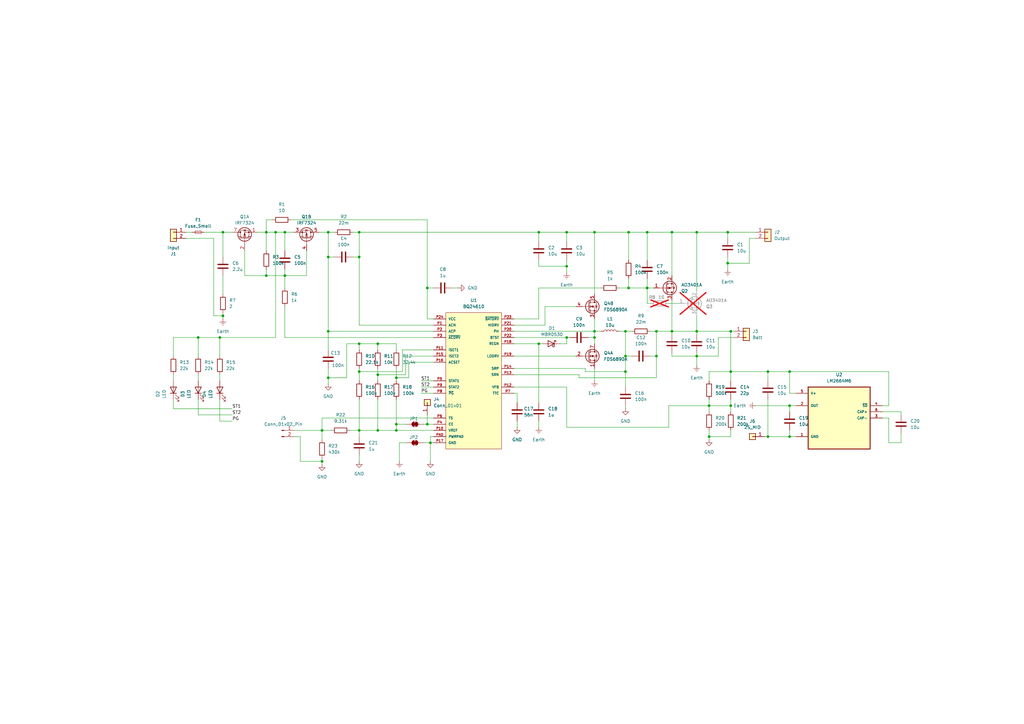
<source format=kicad_sch>
(kicad_sch (version 20231120) (generator "eeschema") (generator_version "8.0")
  (paper "A3")
  (lib_symbols
    (symbol "Connector:Conn_01x02_Pin" (pin_names (offset 1.016) hide)
      (property "Reference" "J" (at 0 2.54 0))
      (property "Value" "Conn_01x02_Pin" (at 0 -5.08 0))
      (symbol "Conn_01x02_Pin_1_1"
        (pin passive line (at 5.08 0 180) (length 3.81) (name "Pin_1") (number "1"))
        (pin passive line (at 5.08 -2.54 180) (length 3.81) (name "Pin_2") (number "2"))
      )
    )
    (symbol "Connector_Generic:Conn_01x01" (pin_names (offset 1.016) hide)
      (property "Reference" "J" (at 0 2.54 0))
      (property "Value" "Conn_01x01" (at 0 -2.54 0))
      (symbol "Conn_01x01_1_1"
        (pin passive line (at -5.08 0 0) (length 3.81) (name "Pin_1") (number "1"))
      )
    )
    (symbol "Connector_Generic:Conn_01x02" (pin_names (offset 1.016) hide)
      (property "Reference" "J" (at 0 2.54 0))
      (property "Value" "Conn_01x02" (at 0 -5.08 0))
      (symbol "Conn_01x02_1_1"
        (pin passive line (at -5.08 0 0) (length 3.81) (name "Pin_1") (number "1"))
        (pin passive line (at -5.08 -2.54 0) (length 3.81) (name "Pin_2") (number "2"))
      )
    )
    (symbol "Device:C" (pin_numbers hide) (pin_names (offset 0.254))
      (property "Reference" "C" (at 0.635 2.54 0))
      (property "Value" "C" (at 0.635 -2.54 0))
      (symbol "C_1_1"
        (pin passive line (at 0 3.81 270) (length 2.794) (name "~") (number "1"))
        (pin passive line (at 0 -3.81 90) (length 2.794) (name "~") (number "2"))
      )
    )
    (symbol "Device:Fuse_Small" (pin_numbers hide) (pin_names (offset 0.254) hide)
      (property "Reference" "F" (at 0 -1.524 0))
      (property "Value" "Fuse_Small" (at 0 1.524 0))
      (symbol "Fuse_Small_1_1"
        (pin passive line (at -2.54 0 0) (length 1.27) (name "~") (number "1"))
        (pin passive line (at 2.54 0 180) (length 1.27) (name "~") (number "2"))
      )
    )
    (symbol "Device:L" (pin_numbers hide) (pin_names (offset 1.016) hide)
      (property "Reference" "L" (at -1.27 0 90))
      (property "Value" "L" (at 1.905 0 90))
      (symbol "L_1_1"
        (pin passive line (at 0 3.81 270) (length 1.27) (name "1") (number "1"))
        (pin passive line (at 0 -3.81 90) (length 1.27) (name "2") (number "2"))
      )
    )
    (symbol "Device:LED" (pin_numbers hide) (pin_names (offset 1.016) hide)
      (property "Reference" "D" (at 0 2.54 0))
      (property "Value" "LED" (at 0 -2.54 0))
      (symbol "LED_1_1"
        (pin passive line (at -3.81 0 0) (length 2.54) (name "K") (number "1"))
        (pin passive line (at 3.81 0 180) (length 2.54) (name "A") (number "2"))
      )
    )
    (symbol "Device:R" (pin_numbers hide) (pin_names (offset 0))
      (property "Reference" "R" (at 2.032 0 90))
      (property "Value" "R" (at 0 0 90))
      (symbol "R_1_1"
        (pin passive line (at 0 3.81 270) (length 1.27) (name "~") (number "1"))
        (pin passive line (at 0 -3.81 90) (length 1.27) (name "~") (number "2"))
      )
    )
    (symbol "Diode:MBR0530" (pin_numbers hide) (pin_names (offset 1.016) hide)
      (property "Reference" "D" (at 0 2.54 0))
      (property "Value" "MBR0530" (at 0 -2.54 0))
      (symbol "MBR0530_1_1"
        (pin passive line (at -3.81 0 0) (length 2.54) (name "K") (number "1"))
        (pin passive line (at 3.81 0 180) (length 2.54) (name "A") (number "2"))
      )
    )
    (symbol "Jumper:SolderJumper_2_Bridged" (pin_numbers hide) (pin_names (offset 0) hide) (exclude_from_sim yes) (in_bom no)
      (property "Reference" "JP" (at 0 2.032 0))
      (property "Value" "SolderJumper_2_Bridged" (at 0 -2.54 0))
      (symbol "SolderJumper_2_Bridged_1_1"
        (pin passive line (at -3.81 0 0) (length 2.54) (name "A") (number "1"))
        (pin passive line (at 3.81 0 180) (length 2.54) (name "B") (number "2"))
      )
    )
    (symbol "Transistor_FET:AO3401A" (pin_names hide)
      (property "Reference" "Q" (at 5.08 1.905 0))
      (property "Value" "AO3401A" (at 5.08 0 0))
      (symbol "AO3401A_1_1"
        (pin input line (at -5.08 0 0) (length 2.54) (name "G") (number "1"))
        (pin passive line (at 2.54 -5.08 90) (length 2.54) (name "S") (number "2"))
        (pin passive line (at 2.54 5.08 270) (length 2.54) (name "D") (number "3"))
      )
    )
    (symbol "Transistor_FET:FDS6890A" (pin_names hide)
      (property "Reference" "Q" (at 5.08 1.905 0))
      (property "Value" "FDS6890A" (at 5.08 0 0))
      (symbol "FDS6890A_1_1"
        (pin passive line (at 2.54 -5.08 90) (length 2.54) (name "S1") (number "1"))
        (pin passive line (at -5.08 0 0) (length 2.54) (name "G1") (number "2"))
        (pin passive line (at 2.54 5.08 270) (length 2.54) (name "D1") (number "7"))
        (pin passive line (at 2.54 5.08 270) (length 2.54) hide (name "D1") (number "8"))
      )
      (symbol "FDS6890A_2_1"
        (pin passive line (at 2.54 -5.08 90) (length 2.54) (name "S2") (number "3"))
        (pin passive line (at -5.08 0 0) (length 2.54) (name "G2") (number "4"))
        (pin passive line (at 2.54 5.08 270) (length 2.54) (name "D2") (number "5"))
        (pin passive line (at 2.54 5.08 270) (length 2.54) hide (name "D2") (number "6"))
      )
    )
    (symbol "Transistor_FET:IRF7324" (pin_names hide)
      (property "Reference" "Q" (at 5.08 1.905 0))
      (property "Value" "IRF7324" (at 5.08 0 0))
      (symbol "IRF7324_1_1"
        (pin passive line (at 2.54 -5.08 90) (length 2.54) (name "S1") (number "1"))
        (pin input line (at -5.08 0 0) (length 2.54) (name "G1") (number "2"))
        (pin passive line (at 2.54 5.08 270) (length 2.54) (name "D1") (number "7"))
        (pin passive line (at 2.54 5.08 270) (length 2.54) hide (name "D1") (number "8"))
      )
      (symbol "IRF7324_2_1"
        (pin passive line (at 2.54 -5.08 90) (length 2.54) (name "S2") (number "3"))
        (pin input line (at -5.08 0 0) (length 2.54) (name "G2") (number "4"))
        (pin passive line (at 2.54 5.08 270) (length 2.54) (name "D2") (number "5"))
        (pin passive line (at 2.54 5.08 270) (length 2.54) hide (name "D2") (number "6"))
      )
    )
    (symbol "bq:BQ24610" (pin_names (offset 1.016))
      (property "Reference" "U" (at -12.7 -30.48 0))
      (property "Value" "BQ24610" (at -12.7 -33.02 0))
      (symbol "BQ24610_0_0"
        (pin bidirectional line (at -17.78 22.86 0) (length 5.08) (name "ACN") (number "P1"))
        (pin bidirectional line (at -17.78 -20.32 0) (length 5.08) (name "VREF") (number "P10"))
        (pin bidirectional line (at -17.78 12.7 0) (length 5.08) (name "ISET1") (number "P11"))
        (pin bidirectional line (at 15.24 -2.54 180) (length 5.08) (name "VFB") (number "P12"))
        (pin bidirectional line (at 15.24 2.54 180) (length 5.08) (name "SRN") (number "P13"))
        (pin bidirectional line (at 15.24 5.08 180) (length 5.08) (name "SRP") (number "P14"))
        (pin bidirectional line (at -17.78 10.16 0) (length 5.08) (name "ISET2") (number "P15"))
        (pin bidirectional line (at -17.78 7.62 0) (length 5.08) (name "ACSET") (number "P16"))
        (pin bidirectional line (at -17.78 -25.4 0) (length 5.08) (name "GND") (number "P17"))
        (pin bidirectional line (at 15.24 15.24 180) (length 5.08) (name "REGN") (number "P18"))
        (pin bidirectional line (at 15.24 10.16 180) (length 5.08) (name "LODRV") (number "P19"))
        (pin bidirectional line (at -17.78 20.32 0) (length 5.08) (name "ACP") (number "P2"))
        (pin bidirectional line (at 15.24 20.32 180) (length 5.08) (name "PH") (number "P20"))
        (pin bidirectional line (at 15.24 22.86 180) (length 5.08) (name "HIDRV") (number "P21"))
        (pin bidirectional line (at 15.24 17.78 180) (length 5.08) (name "BTST") (number "P22"))
        (pin bidirectional line (at 15.24 25.4 180) (length 5.08) (name "~{BATDRV}") (number "P23"))
        (pin bidirectional line (at -17.78 25.4 0) (length 5.08) (name "VCC") (number "P24"))
        (pin bidirectional line (at -17.78 17.78 0) (length 5.08) (name "~{ACDRV}") (number "P3"))
        (pin bidirectional line (at -17.78 -17.78 0) (length 5.08) (name "CE") (number "P4"))
        (pin bidirectional line (at -17.78 0 0) (length 5.08) (name "STAT1") (number "P5"))
        (pin bidirectional line (at -17.78 -15.24 0) (length 5.08) (name "TS") (number "P6"))
        (pin bidirectional line (at 15.24 -5.08 180) (length 5.08) (name "TTC") (number "P7"))
        (pin bidirectional line (at -17.78 -5.08 0) (length 5.08) (name "~{PG}") (number "P8"))
        (pin bidirectional line (at -17.78 -2.54 0) (length 5.08) (name "STAT2") (number "P9"))
        (pin bidirectional line (at -17.78 -22.86 0) (length 5.08) (name "PWRPAD") (number "PAD"))
      )
    )
    (symbol "lm:LM2664M6" (pin_names (offset 1.016))
      (property "Reference" "U" (at -12.7 13.7 0))
      (property "Value" "LM2664M6" (at -12.7 -16.7 0))
      (symbol "LM2664M6_0_0"
        (pin power_in line (at 17.78 -7.62 180) (length 5.08) (name "GND") (number "1"))
        (pin output line (at 17.78 5.08 180) (length 5.08) (name "OUT") (number "2"))
        (pin input line (at -17.78 0 0) (length 5.08) (name "CAP-") (number "3"))
        (pin input line (at -17.78 5.08 0) (length 5.08) (name "~{SD}") (number "4"))
        (pin power_in line (at 17.78 10.16 180) (length 5.08) (name "V+") (number "5"))
        (pin input line (at -17.78 2.54 0) (length 5.08) (name "CAP+") (number "6"))
      )
    )
    (symbol "power:Earth" (power) (pin_numbers hide) (pin_names (offset 0) hide)
      (property "Value" "Earth" (at 0 -3.81 0))
      (symbol "Earth_1_1"
        (pin power_in line (at 0 0 270) (length 0) (name "~") (number "1"))
      )
    )
    (symbol "power:GND" (power) (pin_numbers hide) (pin_names (offset 0) hide)
      (property "Value" "GND" (at 0 -3.81 0))
      (symbol "GND_1_1"
        (pin power_in line (at 0 0 270) (length 0) (name "~") (number "1"))
      )
    )
  )
  (junction (at 116.84 113.03))
  (junction (at 147.32 105.41))
  (junction (at 147.32 152.4))
  (junction (at 285.75 95.25))
  (junction (at 314.96 152.4))
  (junction (at 285.75 135.89))
  (junction (at 134.62 95.25))
  (junction (at 285.75 146.05))
  (junction (at 256.54 152.4))
  (junction (at 257.81 118.11))
  (junction (at 154.94 176.53))
  (junction (at 265.43 95.25))
  (junction (at 162.56 173.99))
  (junction (at 147.32 176.53))
  (junction (at 232.41 138.43))
  (junction (at 323.85 179.07))
  (junction (at 134.62 135.89))
  (junction (at 298.45 107.95))
  (junction (at 109.22 113.03))
  (junction (at 290.83 179.07))
  (junction (at 176.53 181.61))
  (junction (at 265.43 118.11))
  (junction (at 256.54 146.05))
  (junction (at 154.94 153.67))
  (junction (at 91.44 129.54))
  (junction (at 132.08 176.53))
  (junction (at 299.72 135.89))
  (junction (at 132.08 189.23))
  (junction (at 109.22 95.25))
  (junction (at 323.85 166.37))
  (junction (at 243.84 135.89))
  (junction (at 134.62 105.41))
  (junction (at 299.72 166.37))
  (junction (at 175.26 173.99))
  (junction (at 81.28 138.43))
  (junction (at 162.56 154.94))
  (junction (at 257.81 95.25))
  (junction (at 269.24 146.05))
  (junction (at 91.44 95.25))
  (junction (at 243.84 138.43))
  (junction (at 232.41 95.25))
  (junction (at 275.59 95.25))
  (junction (at 220.98 95.25))
  (junction (at 116.84 95.25))
  (junction (at 220.98 140.97))
  (junction (at 154.94 140.97))
  (junction (at 162.56 176.53))
  (junction (at 299.72 152.4))
  (junction (at 275.59 135.89))
  (junction (at 134.62 154.94))
  (junction (at 232.41 109.22))
  (junction (at 243.84 95.25))
  (junction (at 256.54 135.89))
  (junction (at 175.26 118.11))
  (junction (at 147.32 95.25))
  (junction (at 298.45 95.25))
  (junction (at 90.17 138.43))
  (junction (at 290.83 166.37))
  (junction (at 269.24 135.89))
  (junction (at 113.03 95.25))
  (junction (at 147.32 140.97))
  (junction (at 323.85 152.4))
  (junction (at 314.96 179.07))
  (wire (pts (xy 176.53 181.61) (xy 176.53 189.23)))
  (wire (pts (xy 113.03 95.25) (xy 116.84 95.25)))
  (wire (pts (xy 326.39 161.29) (xy 323.85 161.29)))
  (wire (pts (xy 314.96 179.07) (xy 323.85 179.07)))
  (wire (pts (xy 162.56 143.51) (xy 162.56 140.97)))
  (wire (pts (xy 162.56 154.94) (xy 162.56 156.21)))
  (wire (pts (xy 175.26 130.81) (xy 177.8 130.81)))
  (wire (pts (xy 134.62 105.41) (xy 134.62 135.89)))
  (wire (pts (xy 123.19 179.07) (xy 123.19 189.23)))
  (wire (pts (xy 294.64 138.43) (xy 294.64 146.05)))
  (wire (pts (xy 90.17 138.43) (xy 90.17 146.05)))
  (wire (pts (xy 220.98 118.11) (xy 220.98 130.81)))
  (wire (pts (xy 120.65 179.07) (xy 123.19 179.07)))
  (wire (pts (xy 265.43 118.11) (xy 267.97 118.11)))
  (wire (pts (xy 243.84 151.13) (xy 243.84 156.21)))
  (wire (pts (xy 87.63 129.54) (xy 91.44 129.54)))
  (wire (pts (xy 275.59 144.78) (xy 275.59 146.05)))
  (wire (pts (xy 323.85 179.07) (xy 326.39 179.07)))
  (wire (pts (xy 256.54 166.37) (xy 256.54 167.64)))
  (wire (pts (xy 256.54 135.89) (xy 259.08 135.89)))
  (wire (pts (xy 71.12 138.43) (xy 81.28 138.43)))
  (wire (pts (xy 369.57 177.8) (xy 369.57 181.61)))
  (wire (pts (xy 142.24 140.97) (xy 142.24 154.94)))
  (wire (pts (xy 162.56 176.53) (xy 154.94 176.53)))
  (wire (pts (xy 266.7 135.89) (xy 269.24 135.89)))
  (wire (pts (xy 116.84 113.03) (xy 116.84 118.11)))
  (wire (pts (xy 361.95 168.91) (xy 369.57 168.91)))
  (wire (pts (xy 162.56 151.13) (xy 162.56 154.94)))
  (wire (pts (xy 243.84 138.43) (xy 243.84 140.97)))
  (wire (pts (xy 210.82 140.97) (xy 220.98 140.97)))
  (wire (pts (xy 154.94 163.83) (xy 154.94 176.53)))
  (wire (pts (xy 147.32 95.25) (xy 144.78 95.25)))
  (wire (pts (xy 290.83 166.37) (xy 274.32 166.37)))
  (wire (pts (xy 177.8 146.05) (xy 166.37 146.05)))
  (wire (pts (xy 162.56 163.83) (xy 162.56 173.99)))
  (wire (pts (xy 81.28 138.43) (xy 81.28 146.05)))
  (wire (pts (xy 147.32 105.41) (xy 147.32 95.25)))
  (wire (pts (xy 254 135.89) (xy 256.54 135.89)))
  (wire (pts (xy 144.78 105.41) (xy 147.32 105.41)))
  (wire (pts (xy 147.32 133.35) (xy 147.32 105.41)))
  (wire (pts (xy 232.41 95.25) (xy 243.84 95.25)))
  (wire (pts (xy 243.84 135.89) (xy 246.38 135.89)))
  (wire (pts (xy 116.84 113.03) (xy 109.22 113.03)))
  (wire (pts (xy 109.22 90.17) (xy 109.22 95.25)))
  (wire (pts (xy 265.43 124.46) (xy 265.43 118.11)))
  (wire (pts (xy 210.82 138.43) (xy 232.41 138.43)))
  (wire (pts (xy 236.22 125.73) (xy 223.52 125.73)))
  (wire (pts (xy 323.85 166.37) (xy 326.39 166.37)))
  (wire (pts (xy 90.17 172.72) (xy 95.25 172.72)))
  (wire (pts (xy 285.75 135.89) (xy 275.59 135.89)))
  (wire (pts (xy 154.94 153.67) (xy 154.94 156.21)))
  (wire (pts (xy 323.85 152.4) (xy 314.96 152.4)))
  (wire (pts (xy 256.54 146.05) (xy 256.54 135.89)))
  (wire (pts (xy 220.98 130.81) (xy 210.82 130.81)))
  (wire (pts (xy 314.96 152.4) (xy 314.96 156.21)))
  (wire (pts (xy 177.8 171.45) (xy 132.08 171.45)))
  (wire (pts (xy 111.76 90.17) (xy 109.22 90.17)))
  (wire (pts (xy 275.59 95.25) (xy 285.75 95.25)))
  (wire (pts (xy 309.88 97.79) (xy 307.34 97.79)))
  (wire (pts (xy 100.33 113.03) (xy 109.22 113.03)))
  (wire (pts (xy 116.84 125.73) (xy 116.84 138.43)))
  (wire (pts (xy 163.83 181.61) (xy 163.83 189.23)))
  (wire (pts (xy 278.13 124.46) (xy 274.32 124.46)))
  (wire (pts (xy 300.99 138.43) (xy 294.64 138.43)))
  (wire (pts (xy 165.1 143.51) (xy 165.1 152.4)))
  (wire (pts (xy 175.26 170.18) (xy 175.26 173.99)))
  (wire (pts (xy 172.72 161.29) (xy 177.8 161.29)))
  (wire (pts (xy 162.56 173.99) (xy 166.37 173.99)))
  (wire (pts (xy 167.64 154.94) (xy 162.56 154.94)))
  (wire (pts (xy 364.49 171.45) (xy 361.95 171.45)))
  (wire (pts (xy 220.98 140.97) (xy 220.98 165.1)))
  (wire (pts (xy 91.44 95.25) (xy 95.25 95.25)))
  (wire (pts (xy 130.81 95.25) (xy 134.62 95.25)))
  (wire (pts (xy 257.81 106.68) (xy 257.81 95.25)))
  (wire (pts (xy 132.08 176.53) (xy 132.08 180.34)))
  (wire (pts (xy 361.95 166.37) (xy 364.49 166.37)))
  (wire (pts (xy 229.87 140.97) (xy 232.41 140.97)))
  (wire (pts (xy 177.8 133.35) (xy 147.32 133.35)))
  (wire (pts (xy 81.28 153.67) (xy 81.28 156.21)))
  (wire (pts (xy 232.41 95.25) (xy 232.41 99.06)))
  (wire (pts (xy 147.32 176.53) (xy 147.32 179.07)))
  (wire (pts (xy 132.08 189.23) (xy 132.08 190.5)))
  (wire (pts (xy 299.72 179.07) (xy 290.83 179.07)))
  (wire (pts (xy 162.56 176.53) (xy 177.8 176.53)))
  (wire (pts (xy 173.99 181.61) (xy 176.53 181.61)))
  (wire (pts (xy 147.32 140.97) (xy 142.24 140.97)))
  (wire (pts (xy 364.49 181.61) (xy 364.49 171.45)))
  (wire (pts (xy 290.83 166.37) (xy 299.72 166.37)))
  (wire (pts (xy 125.73 102.87) (xy 125.73 113.03)))
  (wire (pts (xy 120.65 176.53) (xy 132.08 176.53)))
  (wire (pts (xy 90.17 138.43) (xy 113.03 138.43)))
  (wire (pts (xy 364.49 152.4) (xy 323.85 152.4)))
  (wire (pts (xy 256.54 152.4) (xy 256.54 146.05)))
  (wire (pts (xy 185.42 118.11) (xy 187.96 118.11)))
  (wire (pts (xy 177.8 148.59) (xy 167.64 148.59)))
  (wire (pts (xy 87.63 97.79) (xy 76.2 97.79)))
  (wire (pts (xy 232.41 175.26) (xy 232.41 158.75)))
  (wire (pts (xy 220.98 172.72) (xy 220.98 175.26)))
  (wire (pts (xy 256.54 152.4) (xy 256.54 158.75)))
  (wire (pts (xy 237.49 154.94) (xy 269.24 154.94)))
  (wire (pts (xy 220.98 109.22) (xy 232.41 109.22)))
  (wire (pts (xy 307.34 107.95) (xy 298.45 107.95)))
  (wire (pts (xy 223.52 133.35) (xy 210.82 133.35)))
  (wire (pts (xy 177.8 143.51) (xy 165.1 143.51)))
  (wire (pts (xy 71.12 167.64) (xy 95.25 167.64)))
  (wire (pts (xy 309.88 166.37) (xy 323.85 166.37)))
  (wire (pts (xy 220.98 140.97) (xy 222.25 140.97)))
  (wire (pts (xy 265.43 114.3) (xy 265.43 118.11)))
  (wire (pts (xy 285.75 146.05) (xy 285.75 149.86)))
  (wire (pts (xy 290.83 176.53) (xy 290.83 179.07)))
  (wire (pts (xy 257.81 118.11) (xy 265.43 118.11)))
  (wire (pts (xy 81.28 138.43) (xy 90.17 138.43)))
  (wire (pts (xy 243.84 95.25) (xy 257.81 95.25)))
  (wire (pts (xy 91.44 129.54) (xy 91.44 130.81)))
  (wire (pts (xy 275.59 137.16) (xy 275.59 135.89)))
  (wire (pts (xy 116.84 138.43) (xy 177.8 138.43)))
  (wire (pts (xy 275.59 123.19) (xy 275.59 135.89)))
  (wire (pts (xy 212.09 172.72) (xy 212.09 175.26)))
  (wire (pts (xy 100.33 102.87) (xy 100.33 113.03)))
  (wire (pts (xy 71.12 163.83) (xy 71.12 167.64)))
  (wire (pts (xy 223.52 125.73) (xy 223.52 133.35)))
  (wire (pts (xy 172.72 156.21) (xy 177.8 156.21)))
  (wire (pts (xy 220.98 95.25) (xy 220.98 99.06)))
  (wire (pts (xy 285.75 95.25) (xy 285.75 119.38)))
  (wire (pts (xy 210.82 151.13) (xy 240.03 151.13)))
  (wire (pts (xy 81.28 163.83) (xy 81.28 170.18)))
  (wire (pts (xy 259.08 146.05) (xy 256.54 146.05)))
  (wire (pts (xy 165.1 152.4) (xy 147.32 152.4)))
  (wire (pts (xy 241.3 138.43) (xy 243.84 138.43)))
  (wire (pts (xy 275.59 146.05) (xy 285.75 146.05)))
  (wire (pts (xy 232.41 109.22) (xy 232.41 111.76)))
  (wire (pts (xy 243.84 135.89) (xy 243.84 130.81)))
  (wire (pts (xy 257.81 95.25) (xy 265.43 95.25)))
  (wire (pts (xy 91.44 105.41) (xy 91.44 95.25)))
  (wire (pts (xy 154.94 140.97) (xy 147.32 140.97)))
  (wire (pts (xy 175.26 118.11) (xy 175.26 130.81)))
  (wire (pts (xy 147.32 140.97) (xy 147.32 143.51)))
  (wire (pts (xy 299.72 135.89) (xy 300.99 135.89)))
  (wire (pts (xy 172.72 158.75) (xy 177.8 158.75)))
  (wire (pts (xy 212.09 161.29) (xy 210.82 161.29)))
  (wire (pts (xy 232.41 140.97) (xy 232.41 138.43)))
  (wire (pts (xy 285.75 95.25) (xy 298.45 95.25)))
  (wire (pts (xy 220.98 95.25) (xy 232.41 95.25)))
  (wire (pts (xy 175.26 118.11) (xy 177.8 118.11)))
  (wire (pts (xy 243.84 120.65) (xy 243.84 95.25)))
  (wire (pts (xy 323.85 176.53) (xy 323.85 179.07)))
  (wire (pts (xy 290.83 152.4) (xy 299.72 152.4)))
  (wire (pts (xy 323.85 166.37) (xy 323.85 168.91)))
  (wire (pts (xy 266.7 124.46) (xy 265.43 124.46)))
  (wire (pts (xy 109.22 95.25) (xy 113.03 95.25)))
  (wire (pts (xy 299.72 176.53) (xy 299.72 179.07)))
  (wire (pts (xy 240.03 152.4) (xy 256.54 152.4)))
  (wire (pts (xy 137.16 105.41) (xy 134.62 105.41)))
  (wire (pts (xy 166.37 146.05) (xy 166.37 153.67)))
  (wire (pts (xy 143.51 176.53) (xy 147.32 176.53)))
  (wire (pts (xy 123.19 189.23) (xy 132.08 189.23)))
  (wire (pts (xy 299.72 152.4) (xy 299.72 156.21)))
  (wire (pts (xy 314.96 163.83) (xy 314.96 179.07)))
  (wire (pts (xy 232.41 106.68) (xy 232.41 109.22)))
  (wire (pts (xy 90.17 153.67) (xy 90.17 156.21)))
  (wire (pts (xy 298.45 95.25) (xy 309.88 95.25)))
  (wire (pts (xy 134.62 135.89) (xy 177.8 135.89)))
  (wire (pts (xy 364.49 166.37) (xy 364.49 152.4)))
  (wire (pts (xy 71.12 153.67) (xy 71.12 156.21)))
  (wire (pts (xy 220.98 106.68) (xy 220.98 109.22)))
  (wire (pts (xy 83.82 95.25) (xy 91.44 95.25)))
  (wire (pts (xy 243.84 135.89) (xy 243.84 138.43)))
  (wire (pts (xy 298.45 97.79) (xy 298.45 95.25)))
  (wire (pts (xy 285.75 144.78) (xy 285.75 146.05)))
  (wire (pts (xy 290.83 179.07) (xy 290.83 180.34)))
  (wire (pts (xy 274.32 175.26) (xy 232.41 175.26)))
  (wire (pts (xy 240.03 151.13) (xy 240.03 152.4)))
  (wire (pts (xy 81.28 170.18) (xy 95.25 170.18)))
  (wire (pts (xy 323.85 161.29) (xy 323.85 152.4)))
  (wire (pts (xy 154.94 176.53) (xy 147.32 176.53)))
  (wire (pts (xy 176.53 179.07) (xy 176.53 181.61)))
  (wire (pts (xy 290.83 166.37) (xy 290.83 168.91)))
  (wire (pts (xy 91.44 113.03) (xy 91.44 120.65)))
  (wire (pts (xy 298.45 105.41) (xy 298.45 107.95)))
  (wire (pts (xy 175.26 90.17) (xy 175.26 118.11)))
  (wire (pts (xy 299.72 166.37) (xy 299.72 168.91)))
  (wire (pts (xy 105.41 95.25) (xy 109.22 95.25)))
  (wire (pts (xy 285.75 137.16) (xy 285.75 135.89)))
  (wire (pts (xy 269.24 146.05) (xy 269.24 135.89)))
  (wire (pts (xy 266.7 146.05) (xy 269.24 146.05)))
  (wire (pts (xy 134.62 151.13) (xy 134.62 154.94)))
  (wire (pts (xy 294.64 146.05) (xy 285.75 146.05)))
  (wire (pts (xy 116.84 95.25) (xy 116.84 102.87)))
  (wire (pts (xy 210.82 146.05) (xy 236.22 146.05)))
  (wire (pts (xy 91.44 128.27) (xy 91.44 129.54)))
  (wire (pts (xy 173.99 173.99) (xy 175.26 173.99)))
  (wire (pts (xy 142.24 154.94) (xy 134.62 154.94)))
  (wire (pts (xy 76.2 95.25) (xy 78.74 95.25)))
  (wire (pts (xy 134.62 135.89) (xy 134.62 143.51)))
  (wire (pts (xy 257.81 114.3) (xy 257.81 118.11)))
  (wire (pts (xy 163.83 181.61) (xy 166.37 181.61)))
  (wire (pts (xy 274.32 166.37) (xy 274.32 175.26)))
  (wire (pts (xy 285.75 129.54) (xy 285.75 135.89)))
  (wire (pts (xy 134.62 105.41) (xy 134.62 95.25)))
  (wire (pts (xy 167.64 148.59) (xy 167.64 154.94)))
  (wire (pts (xy 166.37 153.67) (xy 154.94 153.67)))
  (wire (pts (xy 313.69 179.07) (xy 314.96 179.07)))
  (wire (pts (xy 269.24 135.89) (xy 275.59 135.89)))
  (wire (pts (xy 147.32 151.13) (xy 147.32 152.4)))
  (wire (pts (xy 275.59 113.03) (xy 275.59 95.25)))
  (wire (pts (xy 299.72 163.83) (xy 299.72 166.37)))
  (wire (pts (xy 90.17 163.83) (xy 90.17 172.72)))
  (wire (pts (xy 314.96 152.4) (xy 299.72 152.4)))
  (wire (pts (xy 369.57 181.61) (xy 364.49 181.61)))
  (wire (pts (xy 119.38 90.17) (xy 175.26 90.17)))
  (wire (pts (xy 175.26 173.99) (xy 177.8 173.99)))
  (wire (pts (xy 298.45 107.95) (xy 298.45 110.49)))
  (wire (pts (xy 109.22 95.25) (xy 109.22 102.87)))
  (wire (pts (xy 269.24 154.94) (xy 269.24 146.05)))
  (wire (pts (xy 154.94 140.97) (xy 154.94 143.51)))
  (wire (pts (xy 113.03 138.43) (xy 113.03 95.25)))
  (wire (pts (xy 132.08 171.45) (xy 132.08 176.53)))
  (wire (pts (xy 147.32 186.69) (xy 147.32 189.23)))
  (wire (pts (xy 237.49 153.67) (xy 210.82 153.67)))
  (wire (pts (xy 307.34 97.79) (xy 307.34 107.95)))
  (wire (pts (xy 116.84 95.25) (xy 120.65 95.25)))
  (wire (pts (xy 71.12 146.05) (xy 71.12 138.43)))
  (wire (pts (xy 132.08 187.96) (xy 132.08 189.23)))
  (wire (pts (xy 177.8 179.07) (xy 176.53 179.07)))
  (wire (pts (xy 134.62 95.25) (xy 137.16 95.25)))
  (wire (pts (xy 246.38 118.11) (xy 220.98 118.11)))
  (wire (pts (xy 162.56 173.99) (xy 162.56 176.53)))
  (wire (pts (xy 87.63 97.79) (xy 87.63 129.54)))
  (wire (pts (xy 290.83 163.83) (xy 290.83 166.37)))
  (wire (pts (xy 147.32 95.25) (xy 220.98 95.25)))
  (wire (pts (xy 299.72 135.89) (xy 299.72 152.4)))
  (wire (pts (xy 265.43 106.68) (xy 265.43 95.25)))
  (wire (pts (xy 290.83 156.21) (xy 290.83 152.4)))
  (wire (pts (xy 134.62 154.94) (xy 134.62 157.48)))
  (wire (pts (xy 154.94 151.13) (xy 154.94 153.67)))
  (wire (pts (xy 232.41 158.75) (xy 210.82 158.75)))
  (wire (pts (xy 237.49 154.94) (xy 237.49 153.67)))
  (wire (pts (xy 132.08 176.53) (xy 135.89 176.53)))
  (wire (pts (xy 210.82 135.89) (xy 243.84 135.89)))
  (wire (pts (xy 162.56 140.97) (xy 154.94 140.97)))
  (wire (pts (xy 232.41 138.43) (xy 233.68 138.43)))
  (wire (pts (xy 116.84 110.49) (xy 116.84 113.03)))
  (wire (pts (xy 285.75 135.89) (xy 299.72 135.89)))
  (wire (pts (xy 125.73 113.03) (xy 116.84 113.03)))
  (wire (pts (xy 265.43 95.25) (xy 275.59 95.25)))
  (wire (pts (xy 369.57 170.18) (xy 369.57 168.91)))
  (wire (pts (xy 147.32 176.53) (xy 147.32 163.83)))
  (wire (pts (xy 109.22 113.03) (xy 109.22 110.49)))
  (wire (pts (xy 147.32 152.4) (xy 147.32 156.21)))
  (wire (pts (xy 212.09 165.1) (xy 212.09 161.29)))
  (wire (pts (xy 254 118.11) (xy 257.81 118.11)))
  (wire (pts (xy 176.53 181.61) (xy 177.8 181.61)))
  (label "PG" (at 95.25 172.72 0))
  (label "ST2" (at 172.72 158.75 0))
  (label "ST2" (at 95.25 170.18 0))
  (label "ST1" (at 95.25 167.64 0))
  (label "ST1" (at 172.72 156.21 0))
  (label "PG" (at 172.72 161.29 0))
  (symbol (lib_id "Device:R") (at 90.17 149.86 0) (unit 1)
    (property "Reference" "R15" (at 92.71 148.5899 0) (effects (justify left)))
    (property "Value" "22k" (at 92.71 151.1299 0) (effects (justify left)))
    (property "Footprint" "Resistor_SMD:R_0603_1608Metric" (effects (hide yes)))
    (property "Description" "Resistor" (effects (hide yes)))
  )
  (symbol (lib_id "power:GND") (at 132.08 190.5 0) (unit 1)
    (property "Reference" "#PWR016" (effects (hide yes)))
    (property "Value" "GND" (at 132.08 195.58 0))
    (property "Description" "Power symbol creates a global label with name \"GND\" , ground" (effects (hide yes)))
  )
  (symbol (lib_id "power:Earth") (at 232.41 111.76 0) (unit 1)
    (property "Reference" "#PWR02" (effects (hide yes)))
    (property "Value" "Earth" (at 232.41 116.84 0))
    (property "Description" "Power symbol creates a global label with name \"Earth\"" (effects (hide yes)))
  )
  (symbol (lib_id "Connector_Generic:Conn_01x02") (at 314.96 95.25 0) (unit 1)
    (property "Reference" "J2" (at 317.5 95.2499 0) (effects (justify left)))
    (property "Value" "Output" (at 317.5 97.7899 0) (effects (justify left)))
    (property "Footprint" "Connector_Wire:SolderWire-1.5sqmm_1x02_P7.8mm_D1.7mm_OD3.9mm" (effects (hide yes)))
    (property "Description" "Generic connector, single row, 01x02, script generated (kicad-library-utils/schlib/autogen/connector/)" (effects (hide yes)))
  )
  (symbol (lib_id "bq:BQ24610") (at 195.58 156.21 0) (unit 1)
    (property "Reference" "U1" (at 194.31 123.19 0))
    (property "Value" "BQ24610" (at 194.31 125.73 0))
    (property "Footprint" "bq:VQFN24_TI" (effects (hide yes)))
    (property "MF" "Texas Instruments" (effects (hide yes)))
    (property "Description_1" "\nStand-Alone Synchronous Switch-Mode Li-Ion or Li-Polymer Battery Charger with System Power Selector and Low Iq\n" (effects (hide yes)))
    (property "Package" "None" (effects (hide yes)))
    (property "Price" "None" (effects (hide yes)))
    (property "SnapEDA_Link" "https://www.snapeda.com/parts/BQ24610/Texas+Instruments/view-part/?ref=snap" (effects (hide yes)))
    (property "MP" "BQ24610" (effects (hide yes)))
    (property "Availability" "In Stock" (effects (hide yes)))
    (property "Check_prices" "https://www.snapeda.com/parts/BQ24610/Texas+Instruments/view-part/?ref=eda" (effects (hide yes)))
  )
  (symbol (lib_id "Device:R") (at 132.08 184.15 180) (unit 1)
    (property "Reference" "R23" (at 134.62 182.8799 0) (effects (justify right)))
    (property "Value" "430k" (at 134.62 185.4199 0) (effects (justify right)))
    (property "Footprint" "Resistor_SMD:R_0603_1608Metric" (effects (hide yes)))
    (property "Description" "Resistor" (effects (hide yes)))
  )
  (symbol (lib_id "Connector_Generic:Conn_01x01") (at 175.26 165.1 90) (unit 1)
    (property "Reference" "J4" (at 177.8 163.8299 90) (effects (justify right)))
    (property "Value" "Conn_01x01" (at 177.8 166.3699 90) (effects (justify right)))
    (property "Footprint" "Connector_Wire:SolderWire-0.75sqmm_1x01_D1.25mm_OD3.5mm" (effects (hide yes)))
    (property "Description" "Generic connector, single row, 01x01, script generated (kicad-library-utils/schlib/autogen/connector/)" (effects (hide yes)))
  )
  (symbol (lib_id "Device:L") (at 250.19 135.89 90) (unit 1)
    (property "Reference" "L1" (at 250.19 130.81 90))
    (property "Value" "10u" (at 250.19 133.35 90))
    (property "Footprint" "Inductor_SMD:L_Abracon_ASPI-0630LR" (effects (hide yes)))
    (property "Description" "Inductor" (effects (hide yes)))
  )
  (symbol (lib_id "Device:C") (at 237.49 138.43 90) (unit 1)
    (property "Reference" "C9" (at 237.49 130.81 90))
    (property "Value" "100n" (at 237.49 133.35 90))
    (property "Footprint" "Capacitor_SMD:C_0603_1608Metric" (effects (hide yes)))
    (property "Description" "Unpolarized capacitor" (effects (hide yes)))
  )
  (symbol (lib_id "Device:C") (at 299.72 160.02 0) (unit 1)
    (property "Reference" "C14" (at 303.53 158.7499 0) (effects (justify left)))
    (property "Value" "22p" (at 303.53 161.2899 0) (effects (justify left)))
    (property "Footprint" "Capacitor_SMD:C_0603_1608Metric" (effects (hide yes)))
    (property "Description" "Unpolarized capacitor" (effects (hide yes)))
  )
  (symbol (lib_id "Device:C") (at 220.98 102.87 0) (unit 1)
    (property "Reference" "C2" (at 224.79 101.5999 0) (effects (justify left)))
    (property "Value" "10u" (at 224.79 104.1399 0) (effects (justify left)))
    (property "Footprint" "Capacitor_SMD:C_1206_3216Metric" (effects (hide yes)))
    (property "Description" "Unpolarized capacitor" (effects (hide yes)))
  )
  (symbol (lib_id "Device:R") (at 290.83 172.72 0) (unit 1)
    (property "Reference" "R20" (at 293.37 171.4499 0) (effects (justify left)))
    (property "Value" "200k" (at 293.37 173.9899 0) (effects (justify left)))
    (property "Footprint" "Resistor_SMD:R_0805_2012Metric_Pad1.20x1.40mm_HandSolder" (effects (hide yes)))
    (property "Description" "Resistor" (effects (hide yes)))
  )
  (symbol (lib_id "Connector_Generic:Conn_01x01") (at 308.61 179.07 180) (unit 1)
    (property "Reference" "J6" (at 308.61 172.72 0))
    (property "Value" "2S_MID" (at 308.61 175.26 0))
    (property "Footprint" "Connector_Wire:SolderWire-0.75sqmm_1x01_D1.25mm_OD3.5mm" (effects (hide yes)))
    (property "Description" "Generic connector, single row, 01x01, script generated (kicad-library-utils/schlib/autogen/connector/)" (effects (hide yes)))
  )
  (symbol (lib_id "Device:R") (at 91.44 124.46 180) (unit 1)
    (property "Reference" "R7" (at 93.98 123.1899 0) (effects (justify right)))
    (property "Value" "2" (at 93.98 125.7299 0) (effects (justify right)))
    (property "Footprint" "Resistor_SMD:R_1206_3216Metric" (effects (hide yes)))
    (property "Description" "Resistor" (effects (hide yes)))
  )
  (symbol (lib_id "Device:C") (at 256.54 162.56 180) (unit 1)
    (property "Reference" "C16" (at 260.35 161.2899 0) (effects (justify right)))
    (property "Value" "100n" (at 260.35 163.8299 0) (effects (justify right)))
    (property "Footprint" "Capacitor_SMD:C_0603_1608Metric" (effects (hide yes)))
    (property "Description" "Unpolarized capacitor" (effects (hide yes)))
  )
  (symbol (lib_id "Transistor_FET:IRF7324") (at 100.33 97.79 90) (unit 1)
    (property "Reference" "Q1" (at 100.33 88.9 90))
    (property "Value" "IRF7324" (at 100.33 91.44 90))
    (property "Footprint" "Package_SO:SOIC-8_3.9x4.9mm_P1.27mm" (effects (hide yes)))
    (property "Datasheet" "http://www.infineon.com/dgdl/irf7324pbf.pdf?fileId=5546d462533600a4015355f5f0861b4b" (effects (hide yes)))
    (property "Description" "-9A Id, -20V Vds, Dual HEXFET P-Channel MOSFET, SO-8" (effects (hide yes)))
  )
  (symbol (lib_id "Transistor_FET:FDS6890A") (at 241.3 146.05 0) (unit 1)
    (property "Reference" "Q4" (at 247.65 144.7799 0) (effects (justify left)))
    (property "Value" "FDS6890A" (at 247.65 147.3199 0) (effects (justify left)))
    (property "Footprint" "Package_SO:SOIC-8_3.9x4.9mm_P1.27mm" (effects (hide yes)))
    (property "Datasheet" "https://www.onsemi.com/pub/Collateral/FDS6890A-D.PDF" (effects (hide yes)))
    (property "Description" "7.5A Id, 20V Vds, Dual N-Channel MOSFET, 18mOhm Ron, SO-8" (effects (hide yes)))
  )
  (symbol (lib_id "Device:R") (at 115.57 90.17 90) (unit 1)
    (property "Reference" "R1" (at 115.57 83.82 90))
    (property "Value" "10" (at 115.57 86.36 90))
    (property "Footprint" "Resistor_SMD:R_0603_1608Metric" (effects (hide yes)))
    (property "Description" "Resistor" (effects (hide yes)))
  )
  (symbol (lib_id "Diode:MBR0530") (at 226.06 140.97 0) (mirror y) (unit 1)
    (property "Reference" "D1" (at 226.3775 134.62 0))
    (property "Value" "MBR0530" (at 226.3775 137.16 0))
    (property "Footprint" "Diode_SMD:D_SOD-323F" (effects (hide yes)))
    (property "Datasheet" "http://www.mccsemi.com/up_pdf/MBR0520~MBR0580(SOD123).pdf" (effects (hide yes)))
    (property "Description" "30V 0.5A Schottky Power Rectifier Diode, SOD-123" (effects (hide yes)))
  )
  (symbol (lib_id "power:GND") (at 134.62 157.48 0) (unit 1)
    (property "Reference" "#PWR07" (effects (hide yes)))
    (property "Value" "GND" (at 134.62 162.56 0))
    (property "Description" "Power symbol creates a global label with name \"GND\" , ground" (effects (hide yes)))
  )
  (symbol (lib_id "power:Earth") (at 243.84 156.21 0) (unit 1)
    (property "Reference" "#PWR06" (effects (hide yes)))
    (property "Value" "Earth" (at 243.84 161.29 0))
    (property "Description" "Power symbol creates a global label with name \"Earth\"" (effects (hide yes)))
  )
  (symbol (lib_id "Device:R") (at 81.28 149.86 0) (unit 1)
    (property "Reference" "R14" (at 83.82 148.5899 0) (effects (justify left)))
    (property "Value" "22k" (at 83.82 151.1299 0) (effects (justify left)))
    (property "Footprint" "Resistor_SMD:R_0603_1608Metric" (effects (hide yes)))
    (property "Description" "Resistor" (effects (hide yes)))
  )
  (symbol (lib_id "power:Earth") (at 220.98 175.26 0) (unit 1)
    (property "Reference" "#PWR011" (effects (hide yes)))
    (property "Value" "Earth" (at 220.98 180.34 0))
    (property "Description" "Power symbol creates a global label with name \"Earth\"" (effects (hide yes)))
  )
  (symbol (lib_id "power:GND") (at 187.96 118.11 90) (unit 1)
    (property "Reference" "#PWR03" (effects (hide yes)))
    (property "Value" "GND" (at 191.77 118.1099 90) (effects (justify right)))
    (property "Description" "Power symbol creates a global label with name \"GND\" , ground" (effects (hide yes)))
  )
  (symbol (lib_id "Device:C") (at 285.75 140.97 0) (unit 1)
    (property "Reference" "C11" (at 289.56 139.6999 0) (effects (justify left)))
    (property "Value" "10u" (at 289.56 142.2399 0) (effects (justify left)))
    (property "Footprint" "Capacitor_SMD:C_1206_3216Metric" (effects (hide yes)))
    (property "Description" "Unpolarized capacitor" (effects (hide yes)))
  )
  (symbol (lib_id "power:Earth") (at 309.88 166.37 270) (unit 1)
    (property "Reference" "#PWR08" (effects (hide yes)))
    (property "Value" "Earth" (at 306.07 166.3699 90) (effects (justify right)))
    (property "Description" "Power symbol creates a global label with name \"Earth\"" (effects (hide yes)))
  )
  (symbol (lib_id "Device:C") (at 220.98 168.91 0) (unit 1)
    (property "Reference" "C18" (at 224.79 167.6399 0) (effects (justify left)))
    (property "Value" "1u" (at 224.79 170.1799 0) (effects (justify left)))
    (property "Footprint" "Capacitor_SMD:C_0805_2012Metric" (effects (hide yes)))
    (property "Description" "Unpolarized capacitor" (effects (hide yes)))
  )
  (symbol (lib_id "power:Earth") (at 298.45 110.49 0) (unit 1)
    (property "Reference" "#PWR01" (effects (hide yes)))
    (property "Value" "Earth" (at 298.45 115.57 0))
    (property "Description" "Power symbol creates a global label with name \"Earth\"" (effects (hide yes)))
  )
  (symbol (lib_id "power:GND") (at 176.53 189.23 0) (unit 1)
    (property "Reference" "#PWR015" (effects (hide yes)))
    (property "Value" "GND" (at 176.53 194.31 0))
    (property "Description" "Power symbol creates a global label with name \"GND\" , ground" (effects (hide yes)))
  )
  (symbol (lib_id "Jumper:SolderJumper_2_Bridged") (at 170.18 173.99 0) (unit 1) (exclude_from_sim yes) (in_bom no)
    (property "Reference" "JP1" (at 169.672 171.704 0))
    (property "Value" "SolderJumper_2_Bridged" (effects (hide yes)))
    (property "Footprint" "Jumper:SolderJumper-2_P1.3mm_Bridged_RoundedPad1.0x1.5mm" (effects (hide yes)))
    (property "Description" "Solder Jumper, 2-pole, closed/bridged" (effects (hide yes)))
  )
  (symbol (lib_id "Device:C") (at 369.57 173.99 0) (unit 1)
    (property "Reference" "C20" (at 373.38 172.7199 0) (effects (justify left)))
    (property "Value" "10u" (at 373.38 175.2599 0) (effects (justify left)))
    (property "Footprint" "Capacitor_SMD:C_1206_3216Metric" (effects (hide yes)))
    (property "Description" "Unpolarized capacitor" (effects (hide yes)))
  )
  (symbol (lib_id "Device:R") (at 154.94 147.32 0) (unit 1)
    (property "Reference" "R11" (at 157.48 146.0499 0) (effects (justify left)))
    (property "Value" "10k" (at 157.48 148.5899 0) (effects (justify left)))
    (property "Footprint" "Resistor_SMD:R_0805_2012Metric_Pad1.20x1.40mm_HandSolder" (effects (hide yes)))
    (property "Description" "Resistor" (effects (hide yes)))
  )
  (symbol (lib_id "Connector:Conn_01x02_Pin") (at 115.57 176.53 0) (unit 1)
    (property "Reference" "J5" (at 116.205 171.45 0))
    (property "Value" "Conn_01x02_Pin" (at 116.205 173.99 0))
    (property "Footprint" "Connector_PinHeader_2.54mm:PinHeader_1x02_P2.54mm_Vertical" (effects (hide yes)))
    (property "Description" "Generic connector, single row, 01x02, script generated" (effects (hide yes)))
  )
  (symbol (lib_id "Device:R") (at 140.97 95.25 90) (unit 1)
    (property "Reference" "R2" (at 140.97 88.9 90))
    (property "Value" "22m" (at 140.97 91.44 90))
    (property "Footprint" "Resistor_SMD:R_1206_3216Metric" (effects (hide yes)))
    (property "Description" "Resistor" (effects (hide yes)))
  )
  (symbol (lib_id "Device:C") (at 140.97 105.41 90) (unit 1)
    (property "Reference" "C4" (at 140.97 97.79 90))
    (property "Value" "100n" (at 140.97 100.33 90))
    (property "Footprint" "Capacitor_SMD:C_0603_1608Metric" (effects (hide yes)))
    (property "Description" "Unpolarized capacitor" (effects (hide yes)))
  )
  (symbol (lib_id "Device:R") (at 71.12 149.86 0) (unit 1)
    (property "Reference" "R13" (at 73.66 148.5899 0) (effects (justify left)))
    (property "Value" "22k" (at 73.66 151.1299 0) (effects (justify left)))
    (property "Footprint" "Resistor_SMD:R_0603_1608Metric" (effects (hide yes)))
    (property "Description" "Resistor" (effects (hide yes)))
  )
  (symbol (lib_id "power:GND") (at 147.32 189.23 0) (unit 1)
    (property "Reference" "#PWR013" (effects (hide yes)))
    (property "Value" "GND" (at 147.32 194.31 0))
    (property "Description" "Power symbol creates a global label with name \"GND\" , ground" (effects (hide yes)))
  )
  (symbol (lib_id "Device:R") (at 109.22 106.68 0) (unit 1)
    (property "Reference" "R3" (at 111.76 105.4099 0) (effects (justify left)))
    (property "Value" "100k" (at 111.76 107.9499 0) (effects (justify left)))
    (property "Footprint" "Resistor_SMD:R_0603_1608Metric" (effects (hide yes)))
    (property "Description" "Resistor" (effects (hide yes)))
  )
  (symbol (lib_id "Connector_Generic:Conn_01x02") (at 306.07 135.89 0) (unit 1)
    (property "Reference" "J3" (at 308.61 135.8899 0) (effects (justify left)))
    (property "Value" "Batt" (at 308.61 138.4299 0) (effects (justify left)))
    (property "Footprint" "Connector_Wire:SolderWire-1.5sqmm_1x02_P7.8mm_D1.7mm_OD3.9mm" (effects (hide yes)))
    (property "Description" "Generic connector, single row, 01x02, script generated (kicad-library-utils/schlib/autogen/connector/)" (effects (hide yes)))
  )
  (symbol (lib_id "Device:R") (at 257.81 110.49 0) (unit 1)
    (property "Reference" "R4" (at 260.35 109.2199 0) (effects (justify left)))
    (property "Value" "100k" (at 260.35 111.7599 0) (effects (justify left)))
    (property "Footprint" "Resistor_SMD:R_0603_1608Metric" (effects (hide yes)))
    (property "Description" "Resistor" (effects (hide yes)))
  )
  (symbol (lib_id "power:Earth") (at 91.44 130.81 0) (unit 1)
    (property "Reference" "#PWR04" (effects (hide yes)))
    (property "Value" "Earth" (at 91.44 135.89 0))
    (property "Description" "Power symbol creates a global label with name \"Earth\"" (effects (hide yes)))
  )
  (symbol (lib_id "Device:LED") (at 90.17 160.02 90) (unit 1)
    (property "Reference" "D4" (at 83.82 161.6075 0))
    (property "Value" "LED" (at 86.36 161.6075 0))
    (property "Footprint" "LED_SMD:LED_0805_2012Metric" (effects (hide yes)))
    (property "Description" "Light emitting diode" (effects (hide yes)))
  )
  (symbol (lib_id "Device:C") (at 298.45 101.6 0) (unit 1)
    (property "Reference" "C1" (at 302.26 100.3299 0) (effects (justify left)))
    (property "Value" "10u" (at 302.26 102.8699 0) (effects (justify left)))
    (property "Footprint" "Capacitor_SMD:C_1206_3216Metric" (effects (hide yes)))
    (property "Description" "Unpolarized capacitor" (effects (hide yes)))
  )
  (symbol (lib_id "Jumper:SolderJumper_2_Bridged") (at 170.18 181.61 0) (unit 1) (exclude_from_sim yes) (in_bom no)
    (property "Reference" "JP2" (at 169.672 179.324 0))
    (property "Value" "SolderJumper_2_Bridged" (effects (hide yes)))
    (property "Footprint" "Jumper:SolderJumper-2_P1.3mm_Bridged_RoundedPad1.0x1.5mm" (effects (hide yes)))
    (property "Description" "Solder Jumper, 2-pole, closed/bridged" (effects (hide yes)))
  )
  (symbol (lib_id "Device:R") (at 250.19 118.11 90) (unit 1)
    (property "Reference" "R5" (at 250.19 111.76 90))
    (property "Value" "1k" (at 250.19 114.3 90))
    (property "Footprint" "Resistor_SMD:R_0603_1608Metric" (effects (hide yes)))
    (property "Description" "Resistor" (effects (hide yes)))
  )
  (symbol (lib_id "Device:R") (at 147.32 147.32 0) (unit 1)
    (property "Reference" "R10" (at 149.86 146.0499 0) (effects (justify left)))
    (property "Value" "22.1k" (at 149.86 148.5899 0) (effects (justify left)))
    (property "Footprint" "Resistor_SMD:R_0805_2012Metric_Pad1.20x1.40mm_HandSolder" (effects (hide yes)))
    (property "Description" "Resistor" (effects (hide yes)))
  )
  (symbol (lib_id "Device:R") (at 116.84 121.92 180) (unit 1)
    (property "Reference" "R6" (at 119.38 120.6499 0) (effects (justify right)))
    (property "Value" "1k" (at 119.38 123.1899 0) (effects (justify right)))
    (property "Footprint" "Resistor_SMD:R_0603_1608Metric" (effects (hide yes)))
    (property "Description" "Resistor" (effects (hide yes)))
  )
  (symbol (lib_id "Device:C") (at 91.44 109.22 0) (unit 1)
    (property "Reference" "C6" (at 95.25 107.9499 0) (effects (justify left)))
    (property "Value" "2.2u" (at 95.25 110.4899 0) (effects (justify left)))
    (property "Footprint" "Capacitor_SMD:C_0805_2012Metric" (effects (hide yes)))
    (property "Description" "Unpolarized capacitor" (effects (hide yes)))
  )
  (symbol (lib_id "Transistor_FET:FDS6890A") (at 241.3 125.73 0) (unit 2)
    (property "Reference" "Q4" (at 247.65 124.4599 0) (effects (justify left)))
    (property "Value" "FDS6890A" (at 247.65 126.9999 0) (effects (justify left)))
    (property "Footprint" "Package_SO:SOIC-8_3.9x4.9mm_P1.27mm" (effects (hide yes)))
    (property "Datasheet" "https://www.onsemi.com/pub/Collateral/FDS6890A-D.PDF" (effects (hide yes)))
    (property "Description" "7.5A Id, 20V Vds, Dual N-Channel MOSFET, 18mOhm Ron, SO-8" (effects (hide yes)))
  )
  (symbol (lib_id "Device:C") (at 212.09 168.91 0) (unit 1)
    (property "Reference" "C17" (at 214.884 167.64 0) (effects (justify left)))
    (property "Value" "56n" (at 214.884 170.18 0) (effects (justify left)))
    (property "Footprint" "Capacitor_SMD:C_0603_1608Metric" (effects (hide yes)))
    (property "Description" "Unpolarized capacitor" (effects (hide yes)))
  )
  (symbol (lib_id "power:Earth") (at 285.75 149.86 0) (unit 1)
    (property "Reference" "#PWR05" (effects (hide yes)))
    (property "Value" "Earth" (at 285.75 154.94 0))
    (property "Description" "Power symbol creates a global label with name \"Earth\"" (effects (hide yes)))
  )
  (symbol (lib_id "Device:R") (at 299.72 172.72 0) (unit 1)
    (property "Reference" "R21" (at 302.26 171.4499 0) (effects (justify left)))
    (property "Value" "200k" (at 302.26 173.9899 0) (effects (justify left)))
    (property "Footprint" "Resistor_SMD:R_0805_2012Metric_Pad1.20x1.40mm_HandSolder" (effects (hide yes)))
    (property "Description" "Resistor" (effects (hide yes)))
  )
  (symbol (lib_id "Device:R") (at 262.89 135.89 90) (unit 1)
    (property "Reference" "R9" (at 262.89 129.54 90))
    (property "Value" "22m" (at 262.89 132.08 90))
    (property "Footprint" "Resistor_SMD:R_1206_3216Metric" (effects (hide yes)))
    (property "Description" "Resistor" (effects (hide yes)))
  )
  (symbol (lib_id "Device:C") (at 323.85 172.72 0) (unit 1)
    (property "Reference" "C19" (at 327.66 171.4499 0) (effects (justify left)))
    (property "Value" "10u" (at 327.66 173.9899 0) (effects (justify left)))
    (property "Footprint" "Capacitor_SMD:C_1206_3216Metric" (effects (hide yes)))
    (property "Description" "Unpolarized capacitor" (effects (hide yes)))
  )
  (symbol (lib_id "Device:C") (at 134.62 147.32 180) (unit 1)
    (property "Reference" "C13" (at 135.636 144.78 0) (effects (justify right)))
    (property "Value" "100n" (at 136.144 149.86 0) (effects (justify right)))
    (property "Footprint" "Capacitor_SMD:C_0603_1608Metric" (effects (hide yes)))
    (property "Description" "Unpolarized capacitor" (effects (hide yes)))
  )
  (symbol (lib_id "Device:R") (at 270.51 124.46 90) (unit 1) (dnp yes)
    (property "Reference" "R8" (at 267.462 121.92 90))
    (property "Value" "10" (at 271.272 121.92 90))
    (property "Footprint" "Resistor_SMD:R_0603_1608Metric" (effects (hide yes)))
    (property "Description" "Resistor" (effects (hide yes)))
  )
  (symbol (lib_id "Device:LED") (at 81.28 160.02 90) (unit 1)
    (property "Reference" "D3" (at 74.93 161.6075 0))
    (property "Value" "LED" (at 77.47 161.6075 0))
    (property "Footprint" "LED_SMD:LED_0805_2012Metric" (effects (hide yes)))
    (property "Description" "Light emitting diode" (effects (hide yes)))
  )
  (symbol (lib_id "Device:C") (at 116.84 106.68 0) (unit 1)
    (property "Reference" "C5" (at 120.65 105.4099 0) (effects (justify left)))
    (property "Value" "100n" (at 120.65 107.9499 0) (effects (justify left)))
    (property "Footprint" "Capacitor_SMD:C_0603_1608Metric" (effects (hide yes)))
    (property "Description" "Unpolarized capacitor" (effects (hide yes)))
  )
  (symbol (lib_id "power:GND") (at 290.83 180.34 0) (unit 1)
    (property "Reference" "#PWR012" (effects (hide yes)))
    (property "Value" "GND" (at 290.83 185.42 0))
    (property "Description" "Power symbol creates a global label with name \"GND\" , ground" (effects (hide yes)))
  )
  (symbol (lib_id "power:Earth") (at 163.83 189.23 0) (unit 1)
    (property "Reference" "#PWR014" (effects (hide yes)))
    (property "Value" "Earth" (at 163.83 194.31 0))
    (property "Description" "Power symbol creates a global label with name \"Earth\"" (effects (hide yes)))
  )
  (symbol (lib_id "Transistor_FET:AO3401A") (at 273.05 118.11 0) (mirror x) (unit 1)
    (property "Reference" "Q2" (at 279.4 119.3801 0) (effects (justify left)))
    (property "Value" "AO3401A" (at 279.4 116.8401 0) (effects (justify left)))
    (property "Footprint" "Package_TO_SOT_SMD:SOT-23" (effects (hide yes)))
    (property "Datasheet" "http://www.aosmd.com/pdfs/datasheet/AO3401A.pdf" (effects (hide yes)))
    (property "Description" "-4.0A Id, -30V Vds, P-Channel MOSFET, SOT-23" (effects (hide yes)))
  )
  (symbol (lib_id "power:GND") (at 256.54 167.64 0) (unit 1)
    (property "Reference" "#PWR09" (effects (hide yes)))
    (property "Value" "GND" (at 256.54 172.72 0))
    (property "Description" "Power symbol creates a global label with name \"GND\" , ground" (effects (hide yes)))
  )
  (symbol (lib_id "Device:C") (at 262.89 146.05 90) (unit 1)
    (property "Reference" "C12" (at 262.89 138.43 90))
    (property "Value" "100n" (at 262.89 140.97 90))
    (property "Footprint" "Capacitor_SMD:C_0603_1608Metric" (effects (hide yes)))
    (property "Description" "Unpolarized capacitor" (effects (hide yes)))
  )
  (symbol (lib_id "Device:C") (at 147.32 182.88 0) (unit 1)
    (property "Reference" "C21" (at 151.13 181.6099 0) (effects (justify left)))
    (property "Value" "1u" (at 151.13 184.1499 0) (effects (justify left)))
    (property "Footprint" "Capacitor_SMD:C_0603_1608Metric" (effects (hide yes)))
    (property "Description" "Unpolarized capacitor" (effects (hide yes)))
  )
  (symbol (lib_id "lm:LM2664M6") (at 344.17 171.45 0) (mirror y) (unit 1)
    (property "Reference" "U2" (at 344.17 153.67 0))
    (property "Value" "LM2664M6" (at 344.17 156.21 0))
    (property "Footprint" "Package_TO_SOT_SMD:TSOT-23-6_HandSoldering" (effects (hide yes)))
    (property "MF" "Texas Instruments" (effects (hide yes)))
    (property "Description_1" "\n1.8-V to 5.5-VIN switched capacitor voltage inverter\n" (effects (hide yes)))
    (property "Package" "SOT-23-6 Texas Instruments" (effects (hide yes)))
    (property "Price" "None" (effects (hide yes)))
    (property "SnapEDA_Link" "https://www.snapeda.com/parts/LM2664M6/NOPB/Texas+Instruments/view-part/?ref=snap" (effects (hide yes)))
    (property "MP" "LM2664M6/NOPB" (effects (hide yes)))
    (property "Availability" "In Stock" (effects (hide yes)))
    (property "Check_prices" "https://www.snapeda.com/parts/LM2664M6/NOPB/Texas+Instruments/view-part/?ref=eda" (effects (hide yes)))
  )
  (symbol (lib_id "Device:R") (at 162.56 147.32 0) (unit 1)
    (property "Reference" "R12" (at 165.1 146.0499 0) (effects (justify left)))
    (property "Value" "32.4k" (at 165.1 148.5899 0) (effects (justify left)))
    (property "Footprint" "Resistor_SMD:R_0805_2012Metric_Pad1.20x1.40mm_HandSolder" (effects (hide yes)))
    (property "Description" "Resistor" (effects (hide yes)))
  )
  (symbol (lib_id "Device:R") (at 147.32 160.02 0) (unit 1)
    (property "Reference" "R16" (at 149.86 158.7499 0) (effects (justify left)))
    (property "Value" "100k" (at 149.86 161.2899 0) (effects (justify left)))
    (property "Footprint" "Resistor_SMD:R_0805_2012Metric_Pad1.20x1.40mm_HandSolder" (effects (hide yes)))
    (property "Description" "Resistor" (effects (hide yes)))
  )
  (symbol (lib_id "Device:R") (at 139.7 176.53 90) (unit 1)
    (property "Reference" "R22" (at 139.7 170.18 90))
    (property "Value" "9.31k" (at 139.7 172.72 90))
    (property "Footprint" "Resistor_SMD:R_0603_1608Metric" (effects (hide yes)))
    (property "Description" "Resistor" (effects (hide yes)))
  )
  (symbol (lib_id "Device:C") (at 265.43 110.49 0) (unit 1)
    (property "Reference" "C7" (at 269.24 109.2199 0) (effects (justify left)))
    (property "Value" "100n" (at 269.24 111.7599 0) (effects (justify left)))
    (property "Footprint" "Capacitor_SMD:C_0603_1608Metric" (effects (hide yes)))
    (property "Description" "Unpolarized capacitor" (effects (hide yes)))
  )
  (symbol (lib_id "Connector_Generic:Conn_01x02") (at 71.12 95.25 0) (mirror y) (unit 1)
    (property "Reference" "J1" (at 71.12 104.14 0))
    (property "Value" "Input" (at 71.12 101.6 0))
    (property "Footprint" "Connector_Wire:SolderWire-1.5sqmm_1x02_P7.8mm_D1.7mm_OD3.9mm" (effects (hide yes)))
    (property "Description" "Generic connector, single row, 01x02, script generated (kicad-library-utils/schlib/autogen/connector/)" (effects (hide yes)))
  )
  (symbol (lib_id "Device:C") (at 314.96 160.02 0) (unit 1)
    (property "Reference" "C15" (at 318.77 158.7499 0) (effects (justify left)))
    (property "Value" "10u" (at 318.77 161.2899 0) (effects (justify left)))
    (property "Footprint" "Capacitor_SMD:C_1206_3216Metric" (effects (hide yes)))
    (property "Description" "Unpolarized capacitor" (effects (hide yes)))
  )
  (symbol (lib_id "Device:R") (at 162.56 160.02 0) (unit 1)
    (property "Reference" "R18" (at 165.1 158.7499 0) (effects (justify left)))
    (property "Value" "100k" (at 165.1 161.2899 0) (effects (justify left)))
    (property "Footprint" "Resistor_SMD:R_0805_2012Metric_Pad1.20x1.40mm_HandSolder" (effects (hide yes)))
    (property "Description" "Resistor" (effects (hide yes)))
  )
  (symbol (lib_id "Transistor_FET:IRF7324") (at 125.73 97.79 270) (mirror x) (unit 2)
    (property "Reference" "Q1" (at 125.73 88.9 90))
    (property "Value" "IRF7324" (at 125.73 91.44 90))
    (property "Footprint" "Package_SO:SOIC-8_3.9x4.9mm_P1.27mm" (effects (hide yes)))
    (property "Datasheet" "http://www.infineon.com/dgdl/irf7324pbf.pdf?fileId=5546d462533600a4015355f5f0861b4b" (effects (hide yes)))
    (property "Description" "-9A Id, -20V Vds, Dual HEXFET P-Channel MOSFET, SO-8" (effects (hide yes)))
  )
  (symbol (lib_id "Transistor_FET:AO3401A") (at 283.21 124.46 0) (mirror x) (unit 1) (dnp yes)
    (property "Reference" "Q3" (at 289.56 125.7301 0) (effects (justify left)))
    (property "Value" "AO3401A" (at 289.56 123.1901 0) (effects (justify left)))
    (property "Footprint" "Package_TO_SOT_SMD:SOT-23" (effects (hide yes)))
    (property "Datasheet" "http://www.aosmd.com/pdfs/datasheet/AO3401A.pdf" (effects (hide yes)))
    (property "Description" "-4.0A Id, -30V Vds, P-Channel MOSFET, SOT-23" (effects (hide yes)))
  )
  (symbol (lib_id "Device:C") (at 232.41 102.87 0) (unit 1)
    (property "Reference" "C3" (at 236.22 101.5999 0) (effects (justify left)))
    (property "Value" "10u" (at 236.22 104.1399 0) (effects (justify left)))
    (property "Footprint" "Capacitor_SMD:C_1206_3216Metric" (effects (hide yes)))
    (property "Description" "Unpolarized capacitor" (effects (hide yes)))
  )
  (symbol (lib_id "power:GND") (at 212.09 175.26 0) (unit 1)
    (property "Reference" "#PWR010" (effects (hide yes)))
    (property "Value" "GND" (at 212.09 180.34 0))
    (property "Description" "Power symbol creates a global label with name \"GND\" , ground" (effects (hide yes)))
  )
  (symbol (lib_id "Device:R") (at 154.94 160.02 0) (unit 1)
    (property "Reference" "R17" (at 157.48 158.7499 0) (effects (justify left)))
    (property "Value" "100k" (at 157.48 161.2899 0) (effects (justify left)))
    (property "Footprint" "Resistor_SMD:R_0805_2012Metric_Pad1.20x1.40mm_HandSolder" (effects (hide yes)))
    (property "Description" "Resistor" (effects (hide yes)))
  )
  (symbol (lib_id "Device:R") (at 290.83 160.02 0) (unit 1)
    (property "Reference" "R19" (at 293.37 158.7499 0) (effects (justify left)))
    (property "Value" "500k" (at 293.37 161.2899 0) (effects (justify left)))
    (property "Footprint" "Resistor_SMD:R_0805_2012Metric_Pad1.20x1.40mm_HandSolder" (effects (hide yes)))
    (property "Description" "Resistor" (effects (hide yes)))
  )
  (symbol (lib_id "Device:LED") (at 71.12 160.02 90) (unit 1)
    (property "Reference" "D2" (at 64.77 161.6075 0))
    (property "Value" "LED" (at 67.31 161.6075 0))
    (property "Footprint" "LED_SMD:LED_0805_2012Metric" (effects (hide yes)))
    (property "Description" "Light emitting diode" (effects (hide yes)))
  )
  (symbol (lib_id "Device:Fuse_Small") (at 81.28 95.25 0) (unit 1)
    (property "Reference" "F1" (at 81.28 90.17 0))
    (property "Value" "Fuse_Small" (at 81.28 92.71 0))
    (property "Footprint" "Fuse:Fuse_1812_4532Metric" (effects (hide yes)))
    (property "Description" "Fuse, small symbol" (effects (hide yes)))
  )
  (symbol (lib_id "Device:C") (at 181.61 118.11 90) (unit 1)
    (property "Reference" "C8" (at 181.61 110.49 90))
    (property "Value" "1u" (at 181.61 113.03 90))
    (property "Footprint" "Capacitor_SMD:C_0805_2012Metric" (effects (hide yes)))
    (property "Description" "Unpolarized capacitor" (effects (hide yes)))
  )
  (symbol (lib_id "Device:C") (at 275.59 140.97 0) (unit 1)
    (property "Reference" "C10" (at 279.4 139.6999 0) (effects (justify left)))
    (property "Value" "10u" (at 279.4 142.2399 0) (effects (justify left)))
    (property "Footprint" "Capacitor_SMD:C_1206_3216Metric" (effects (hide yes)))
    (property "Description" "Unpolarized capacitor" (effects (hide yes)))
  )
)
</source>
